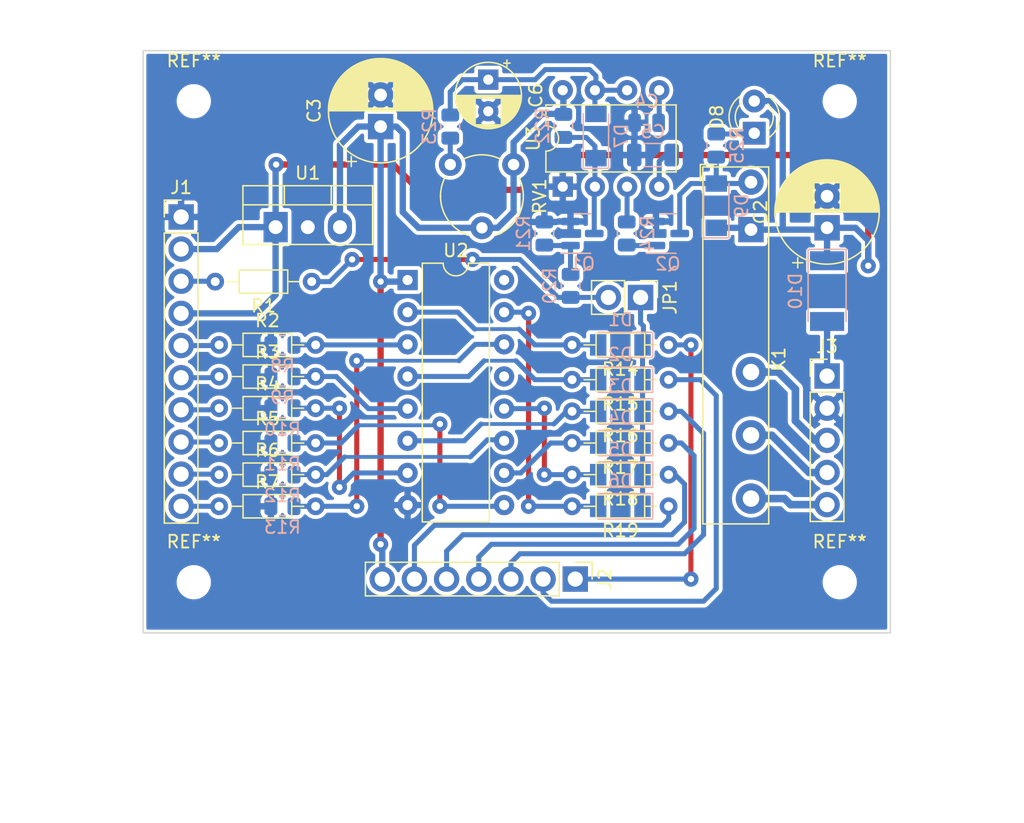
<source format=kicad_pcb>
(kicad_pcb (version 20211014) (generator pcbnew)
  (layers (0 "F.Cu" signal) (31 "B.Cu" signal) (34 "B.Paste" user) (35 "F.Paste" user) (36 "B.SilkS" user "B.Silkscreen") (37 "F.SilkS" user "F.Silkscreen") (38 "B.Mask" user) (39 "F.Mask" user) (44 "Edge.Cuts" user))
  (net 0 "")
  (net 1 "Net-(C4-Pad1)")
  (net 2 "GND")
  (net 3 "Net-(C5-Pad1)")
  (net 4 "Net-(C6-Pad1)")
  (net 5 "+12V")
  (net 6 "Net-(D1-Pad2)")
  (net 7 "Net-(D1-Pad1)")
  (net 8 "Net-(D2-Pad2)")
  (net 9 "Net-(D3-Pad2)")
  (net 10 "Net-(D4-Pad2)")
  (net 11 "+24V")
  (net 12 "Net-(D5-Pad2)")
  (net 13 "Net-(JP1-Pad2)")
  (net 14 "Net-(D6-Pad2)")
  (net 15 "Net-(Q1-Pad1)")
  (net 16 "Net-(Q2-Pad1)")
  (net 17 "/S0")
  (net 18 "/S1")
  (net 19 "/S2")
  (net 20 "/S3")
  (net 21 "/S4")
  (net 22 "/S5")
  (net 23 "Net-(J2-Pad1)")
  (net 24 "Net-(J2-Pad2)")
  (net 25 "Net-(J2-Pad3)")
  (net 26 "Net-(J2-Pad4)")
  (net 27 "Net-(J2-Pad5)")
  (net 28 "Net-(J2-Pad6)")
  (net 29 "Net-(R23-Pad2)")
  (net 30 "Net-(R24-Pad2)")
  (net 31 "Net-(R2-Pad2)")
  (net 32 "Net-(R3-Pad2)")
  (net 33 "Net-(R10-Pad2)")
  (net 34 "Net-(R11-Pad2)")
  (net 35 "Net-(R12-Pad2)")
  (net 36 "Net-(R13-Pad2)")
  (net 37 "Net-(D7-Pad1)")
  (net 38 "Net-(D9-Pad2)")
  (net 39 "Net-(J3-Pad3)")
  (net 40 "Net-(J3-Pad4)")
  (net 41 "Net-(J3-Pad5)")
  (net 42 "/S6")
  (net 43 "Net-(D8-Pad1)")
  (net 44 "Net-(D10-Pad2)")
  (footprint "Resistor_THT:R_Axial_DIN0204_L3.6mm_D1.6mm_P7.62mm_Horizontal" (layer "F.Cu") (at 118 98.25)
    (fp_text reference "R4" (at 3.81 -1.92) (layer "F.SilkS"))
    (fp_text value "100k")
    (pad "1" thru_hole circle (at 0 0) (size 1.4 1.4) (drill 0.7) (layers *.Cu *.Mask) (net 20 "/S3"))
    (pad "2" thru_hole oval (at 7.62 0) (size 1.4 1.4) (drill 0.7) (layers *.Cu *.Mask) (net 33 "Net-(R10-Pad2)"))
  )
  (footprint "Capacitor_THT:CP_Radial_D8.0mm_P2.50mm" (layer "F.Cu") (at 130.75 76 90)
    (fp_text reference "C3" (at 1.25 -5.25 90) (layer "F.SilkS"))
    (fp_text value "330x16V")
    (pad "1" thru_hole rect (at 0 0 90) (size 2 2) (drill 1) (layers *.Cu *.Mask) (net 5 "+12V"))
    (pad "2" thru_hole circle (at 2.5 0 90) (size 2 2) (drill 1) (layers *.Cu *.Mask) (net 2 "GND"))
  )
  (footprint "Connector_PinHeader_2.54mm:PinHeader_1x05_P2.54mm_Vertical" (layer "F.Cu") (at 166 95.71)
    (fp_text reference "J3" (at 0 -2.33) (layer "F.SilkS"))
    (fp_text value "Conn_01x05")
    (pad "1" thru_hole rect (at 0 0) (size 2 2) (drill 1.2) (layers *.Cu *.Mask) (net 44 "Net-(D10-Pad2)"))
    (pad "2" thru_hole circle (at 0 2.54) (size 2 2) (drill 1.2) (layers *.Cu *.Mask) (net 2 "GND"))
    (pad "3" thru_hole circle (at 0 5.08) (size 2 2) (drill 1.2) (layers *.Cu *.Mask) (net 39 "Net-(J3-Pad3)"))
    (pad "4" thru_hole circle (at 0 7.62) (size 2 2) (drill 1.2) (layers *.Cu *.Mask) (net 40 "Net-(J3-Pad4)"))
    (pad "5" thru_hole circle (at 0 10.16) (size 2 2) (drill 1.2) (layers *.Cu *.Mask) (net 41 "Net-(J3-Pad5)"))
  )
  (footprint "MountingHole:MountingHole_2.1mm" (layer "F.Cu") (at 116 112)
    (fp_text reference "REF**" (at 0 -3.2) (layer "F.SilkS"))
    (fp_text value "MountingHole_2.1mm" hide)
    (pad "" np_thru_hole circle (at 0 0) (size 2.1 2.1) (drill 2.1) (layers *.Cu *.Mask))
  )
  (footprint "Resistor_THT:R_Axial_DIN0204_L3.6mm_D1.6mm_P7.62mm_Horizontal" (layer "F.Cu") (at 153.49 96 180)
    (fp_text reference "R15" (at 3.81 -1.92) (layer "F.SilkS"))
    (fp_text value "10k")
    (pad "1" thru_hole circle (at 0 0 180) (size 1.4 1.4) (drill 0.7) (layers *.Cu *.Mask) (net 24 "Net-(J2-Pad2)"))
    (pad "2" thru_hole oval (at 7.62 0 180) (size 1.4 1.4) (drill 0.7) (layers *.Cu *.Mask) (net 8 "Net-(D2-Pad2)"))
  )
  (footprint "Capacitor_THT:CP_Radial_D5.0mm_P2.50mm" (layer "F.Cu") (at 139.25 72.294888 -90)
    (fp_text reference "C6" (at 1.25 -3.75 90) (layer "F.SilkS"))
    (fp_text value "10x25V")
    (pad "1" thru_hole rect (at 0 0 270) (size 1.6 1.6) (drill 0.8) (layers *.Cu *.Mask) (net 4 "Net-(C6-Pad1)"))
    (pad "2" thru_hole circle (at 2.5 0 270) (size 1.6 1.6) (drill 0.8) (layers *.Cu *.Mask) (net 2 "GND"))
  )
  (footprint "Resistor_THT:R_Axial_DIN0204_L3.6mm_D1.6mm_P7.62mm_Horizontal" (layer "F.Cu") (at 118 106)
    (fp_text reference "R7" (at 3.81 -1.92) (layer "F.SilkS"))
    (fp_text value "100k")
    (pad "1" thru_hole circle (at 0 0) (size 1.4 1.4) (drill 0.7) (layers *.Cu *.Mask) (net 42 "/S6"))
    (pad "2" thru_hole oval (at 7.62 0) (size 1.4 1.4) (drill 0.7) (layers *.Cu *.Mask) (net 36 "Net-(R13-Pad2)"))
  )
  (footprint "Resistor_THT:R_Axial_DIN0204_L3.6mm_D1.6mm_P7.62mm_Horizontal" (layer "F.Cu") (at 118 103.5)
    (fp_text reference "R6" (at 3.81 -1.92) (layer "F.SilkS"))
    (fp_text value "100k")
    (pad "1" thru_hole circle (at 0 0) (size 1.4 1.4) (drill 0.7) (layers *.Cu *.Mask) (net 22 "/S5"))
    (pad "2" thru_hole oval (at 7.62 0) (size 1.4 1.4) (drill 0.7) (layers *.Cu *.Mask) (net 35 "Net-(R12-Pad2)"))
  )
  (footprint "Resistor_THT:R_Axial_DIN0204_L3.6mm_D1.6mm_P7.62mm_Horizontal" (layer "F.Cu") (at 153.49 106 180)
    (fp_text reference "R19" (at 3.81 -1.92) (layer "F.SilkS"))
    (fp_text value "10k")
    (pad "1" thru_hole circle (at 0 0 180) (size 1.4 1.4) (drill 0.7) (layers *.Cu *.Mask) (net 28 "Net-(J2-Pad6)"))
    (pad "2" thru_hole oval (at 7.62 0 180) (size 1.4 1.4) (drill 0.7) (layers *.Cu *.Mask) (net 14 "Net-(D6-Pad2)"))
  )
  (footprint "Resistor_THT:R_Axial_DIN0204_L3.6mm_D1.6mm_P7.62mm_Horizontal" (layer "F.Cu") (at 118 101)
    (fp_text reference "R5" (at 3.81 -1.92) (layer "F.SilkS"))
    (fp_text value "100k")
    (pad "1" thru_hole circle (at 0 0) (size 1.4 1.4) (drill 0.7) (layers *.Cu *.Mask) (net 21 "/S4"))
    (pad "2" thru_hole oval (at 7.62 0) (size 1.4 1.4) (drill 0.7) (layers *.Cu *.Mask) (net 34 "Net-(R11-Pad2)"))
  )
  (footprint "Package_TO_SOT_THT:TO-220-3_Vertical" (layer "F.Cu") (at 122.46 83.945)
    (fp_text reference "U1" (at 2.54 -4.27) (layer "F.SilkS"))
    (fp_text value "L7812")
    (pad "1" thru_hole rect (at 0 0) (size 1.905 2.4) (drill 1.1) (layers *.Cu *.Mask) (net 11 "+24V"))
    (pad "2" thru_hole oval (at 2.54 0) (size 1.905 2.4) (drill 1.1) (layers *.Cu *.Mask) (net 2 "GND"))
    (pad "3" thru_hole oval (at 5.08 0) (size 1.905 2.4) (drill 1.1) (layers *.Cu *.Mask) (net 5 "+12V"))
  )
  (footprint "Relay_THT:Relay_SPDT_Finder_34.51_Vertical" (layer "F.Cu") (at 159.9925 84.1425 -90)
    (fp_text reference "K1" (at 10.25 -2.2 90) (layer "F.SilkS"))
    (fp_text value "OUT")
    (pad "11" thru_hole circle (at 16.25 0 270) (size 2.4 2.4) (drill 1.3) (layers *.Cu *.Mask) (net 40 "Net-(J3-Pad4)"))
    (pad "12" thru_hole circle (at 11.25 0 270) (size 2.4 2.4) (drill 1.3) (layers *.Cu *.Mask) (net 39 "Net-(J3-Pad3)"))
    (pad "14" thru_hole circle (at 21.25 0 270) (size 2.4 2.4) (drill 1.3) (layers *.Cu *.Mask) (net 41 "Net-(J3-Pad5)"))
    (pad "A1" thru_hole rect (at 0 0 270) (size 2 2) (drill 1) (layers *.Cu *.Mask) (net 11 "+24V"))
    (pad "A2" thru_hole circle (at -3.75 0 270) (size 2 2) (drill 1) (layers *.Cu *.Mask) (net 38 "Net-(D9-Pad2)"))
  )
  (footprint "Resistor_THT:R_Axial_DIN0204_L3.6mm_D1.6mm_P7.62mm_Horizontal" (layer "F.Cu") (at 153.49 103.5 180)
    (fp_text reference "R18" (at 3.81 -1.92) (layer "F.SilkS"))
    (fp_text value "10k")
    (pad "1" thru_hole circle (at 0 0 180) (size 1.4 1.4) (drill 0.7) (layers *.Cu *.Mask) (net 27 "Net-(J2-Pad5)"))
    (pad "2" thru_hole oval (at 7.62 0 180) (size 1.4 1.4) (drill 0.7) (layers *.Cu *.Mask) (net 12 "Net-(D5-Pad2)"))
  )
  (footprint "Connector_PinHeader_2.54mm:PinHeader_1x07_P2.54mm_Vertical" (layer "F.Cu") (at 146.12 111.75 -90)
    (fp_text reference "J2" (at 0 -2.33 90) (layer "F.SilkS"))
    (fp_text value "LEDS")
    (pad "1" thru_hole rect (at 0 0 270) (size 2 2) (drill 1.2) (layers *.Cu *.Mask) (net 23 "Net-(J2-Pad1)"))
    (pad "2" thru_hole circle (at 0 2.54 270) (size 2 2) (drill 1.2) (layers *.Cu *.Mask) (net 24 "Net-(J2-Pad2)"))
    (pad "3" thru_hole circle (at 0 5.08 270) (size 2 2) (drill 1.2) (layers *.Cu *.Mask) (net 25 "Net-(J2-Pad3)"))
    (pad "4" thru_hole circle (at 0 7.62 270) (size 2 2) (drill 1.2) (layers *.Cu *.Mask) (net 26 "Net-(J2-Pad4)"))
    (pad "5" thru_hole circle (at 0 10.16 270) (size 2 2) (drill 1.2) (layers *.Cu *.Mask) (net 27 "Net-(J2-Pad5)"))
    (pad "6" thru_hole circle (at 0 12.7 270) (size 2 2) (drill 1.2) (layers *.Cu *.Mask) (net 28 "Net-(J2-Pad6)"))
    (pad "7" thru_hole circle (at 0 15.24 270) (size 2 2) (drill 1.2) (layers *.Cu *.Mask) (net 5 "+12V"))
  )
  (footprint "Resistor_THT:R_Axial_DIN0204_L3.6mm_D1.6mm_P7.62mm_Horizontal" (layer "F.Cu") (at 153.49 98.5 180)
    (fp_text reference "R16" (at 3.81 -1.92) (layer "F.SilkS"))
    (fp_text value "10k")
    (pad "1" thru_hole circle (at 0 0 180) (size 1.4 1.4) (drill 0.7) (layers *.Cu *.Mask) (net 25 "Net-(J2-Pad3)"))
    (pad "2" thru_hole oval (at 7.62 0 180) (size 1.4 1.4) (drill 0.7) (layers *.Cu *.Mask) (net 9 "Net-(D3-Pad2)"))
  )
  (footprint "LED_THT:LED_D3.0mm" (layer "F.Cu") (at 160.25 76.525 90)
    (fp_text reference "D8" (at 1.27 -2.96 90) (layer "F.SilkS"))
    (fp_text value "LED")
    (pad "1" thru_hole rect (at 0 0 90) (size 1.8 1.8) (drill 0.9) (layers *.Cu *.Mask) (net 43 "Net-(D8-Pad1)"))
    (pad "2" thru_hole circle (at 2.54 0 90) (size 1.8 1.8) (drill 0.9) (layers *.Cu *.Mask) (net 11 "+24V"))
  )
  (footprint "MountingHole:MountingHole_2.1mm" (layer "F.Cu") (at 116 74)
    (fp_text reference "REF**" (at 0 -3.2) (layer "F.SilkS"))
    (fp_text value "MountingHole_2.1mm" hide)
    (pad "" np_thru_hole circle (at 0 0) (size 2.1 2.1) (drill 2.1) (layers *.Cu *.Mask))
  )
  (footprint "Resistor_THT:R_Axial_DIN0204_L3.6mm_D1.6mm_P7.62mm_Horizontal" (layer "F.Cu") (at 118 93.25)
    (fp_text reference "R2" (at 3.81 -1.92) (layer "F.SilkS"))
    (fp_text value "100k")
    (pad "1" thru_hole circle (at 0 0) (size 1.4 1.4) (drill 0.7) (layers *.Cu *.Mask) (net 18 "/S1"))
    (pad "2" thru_hole oval (at 7.62 0) (size 1.4 1.4) (drill 0.7) (layers *.Cu *.Mask) (net 31 "Net-(R2-Pad2)"))
  )
  (footprint "Package_DIP:DIP-16_W7.62mm" (layer "F.Cu") (at 132.88 88.125)
    (fp_text reference "U2" (at 3.81 -2.33) (layer "F.SilkS"))
    (fp_text value "4049")
    (pad "1" thru_hole rect (at 0 0) (size 1.6 1.6) (drill 0.8) (layers *.Cu *.Mask) (net 5 "+12V"))
    (pad "2" thru_hole oval (at 0 2.54) (size 1.6 1.6) (drill 0.8) (layers *.Cu *.Mask) (net 6 "Net-(D1-Pad2)"))
    (pad "3" thru_hole oval (at 0 5.08) (size 1.6 1.6) (drill 0.8) (layers *.Cu *.Mask) (net 31 "Net-(R2-Pad2)"))
    (pad "4" thru_hole oval (at 0 7.62) (size 1.6 1.6) (drill 0.8) (layers *.Cu *.Mask) (net 8 "Net-(D2-Pad2)"))
    (pad "5" thru_hole oval (at 0 10.16) (size 1.6 1.6) (drill 0.8) (layers *.Cu *.Mask) (net 32 "Net-(R3-Pad2)"))
    (pad "6" thru_hole oval (at 0 12.7) (size 1.6 1.6) (drill 0.8) (layers *.Cu *.Mask) (net 9 "Net-(D3-Pad2)"))
    (pad "7" thru_hole oval (at 0 15.24) (size 1.6 1.6) (drill 0.8) (layers *.Cu *.Mask) (net 33 "Net-(R10-Pad2)"))
    (pad "8" thru_hole oval (at 0 17.78) (size 1.6 1.6) (drill 0.8) (layers *.Cu *.Mask) (net 2 "GND"))
    (pad "9" thru_hole oval (at 7.62 17.78) (size 1.6 1.6) (drill 0.8) (layers *.Cu *.Mask) (net 34 "Net-(R11-Pad2)"))
    (pad "10" thru_hole oval (at 7.62 15.24) (size 1.6 1.6) (drill 0.8) (layers *.Cu *.Mask) (net 10 "Net-(D4-Pad2)"))
    (pad "11" thru_hole oval (at 7.62 12.7) (size 1.6 1.6) (drill 0.8) (layers *.Cu *.Mask) (net 35 "Net-(R12-Pad2)"))
    (pad "12" thru_hole oval (at 7.62 10.16) (size 1.6 1.6) (drill 0.8) (layers *.Cu *.Mask) (net 12 "Net-(D5-Pad2)"))
    (pad "13" thru_hole oval (at 7.62 7.62) (size 1.6 1.6) (drill 0.8) (layers *.Cu *.Mask))
    (pad "14" thru_hole oval (at 7.62 5.08) (size 1.6 1.6) (drill 0.8) (layers *.Cu *.Mask) (net 36 "Net-(R13-Pad2)"))
    (pad "15" thru_hole oval (at 7.62 2.54) (size 1.6 1.6) (drill 0.8) (layers *.Cu *.Mask) (net 14 "Net-(D6-Pad2)"))
    (pad "16" thru_hole oval (at 7.62 0) (size 1.6 1.6) (drill 0.8) (layers *.Cu *.Mask))
  )
  (footprint "MountingHole:MountingHole_2.1mm" (layer "F.Cu") (at 167 74)
    (fp_text reference "REF**" (at 0 -3.2) (layer "F.SilkS"))
    (fp_text value "MountingHole_2.1mm" hide)
    (pad "" np_thru_hole circle (at 0 0) (size 2.1 2.1) (drill 2.1) (layers *.Cu *.Mask))
  )
  (footprint "Resistor_THT:R_Axial_DIN0204_L3.6mm_D1.6mm_P7.62mm_Horizontal" (layer "F.Cu") (at 153.49 93.25 180)
    (fp_text reference "R14" (at 3.81 -1.92) (layer "F.SilkS"))
    (fp_text value "10k")
    (pad "1" thru_hole circle (at 0 0 180) (size 1.4 1.4) (drill 0.7) (layers *.Cu *.Mask) (net 23 "Net-(J2-Pad1)"))
    (pad "2" thru_hole oval (at 7.62 0 180) (size 1.4 1.4) (drill 0.7) (layers *.Cu *.Mask) (net 6 "Net-(D1-Pad2)"))
  )
  (footprint "Connector_PinHeader_2.54mm:PinHeader_1x10_P2.54mm_Vertical" (layer "F.Cu") (at 115 83.14)
    (fp_text reference "J1" (at 0 -2.33) (layer "F.SilkS"))
    (fp_text value "Sensors")
    (pad "1" thru_hole rect (at 0 0) (size 2 2) (drill 1.2) (layers *.Cu *.Mask) (net 2 "GND"))
    (pad "2" thru_hole circle (at 0 2.54) (size 2 2) (drill 1.2) (layers *.Cu *.Mask) (net 11 "+24V"))
    (pad "3" thru_hole circle (at 0 5.08) (size 2 2) (drill 1.2) (layers *.Cu *.Mask) (net 17 "/S0"))
    (pad "4" thru_hole circle (at 0 7.62) (size 2 2) (drill 1.2) (layers *.Cu *.Mask) (net 11 "+24V"))
    (pad "5" thru_hole circle (at 0 10.16) (size 2 2) (drill 1.2) (layers *.Cu *.Mask) (net 18 "/S1"))
    (pad "6" thru_hole circle (at 0 12.7) (size 2 2) (drill 1.2) (layers *.Cu *.Mask) (net 19 "/S2"))
    (pad "7" thru_hole circle (at 0 15.24) (size 2 2) (drill 1.2) (layers *.Cu *.Mask) (net 20 "/S3"))
    (pad "8" thru_hole circle (at 0 17.78) (size 2 2) (drill 1.2) (layers *.Cu *.Mask) (net 21 "/S4"))
    (pad "9" thru_hole circle (at 0 20.32) (size 2 2) (drill 1.2) (layers *.Cu *.Mask) (net 22 "/S5"))
    (pad "10" thru_hole circle (at 0 22.86) (size 2 2) (drill 1.2) (layers *.Cu *.Mask) (net 42 "/S6"))
  )
  (footprint "Capacitor_THT:CP_Radial_D8.0mm_P2.50mm" (layer "F.Cu") (at 166 84 90)
    (fp_text reference "C2" (at 1.25 -5.25 90) (layer "F.SilkS"))
    (fp_text value "100x35V")
    (pad "1" thru_hole rect (at 0 0 90) (size 2 2) (drill 1) (layers *.Cu *.Mask) (net 11 "+24V"))
    (pad "2" thru_hole circle (at 2.5 0 90) (size 2 2) (drill 1) (layers *.Cu *.Mask) (net 2 "GND"))
  )
  (footprint "Resistor_THT:R_Axial_DIN0204_L3.6mm_D1.6mm_P7.62mm_Horizontal" (layer "F.Cu") (at 118 95.75)
    (fp_text reference "R3" (at 3.81 -1.92) (layer "F.SilkS"))
    (fp_text value "100k")
    (pad "1" thru_hole circle (at 0 0) (size 1.4 1.4) (drill 0.7) (layers *.Cu *.Mask) (net 19 "/S2"))
    (pad "2" thru_hole oval (at 7.62 0) (size 1.4 1.4) (drill 0.7) (layers *.Cu *.Mask) (net 32 "Net-(R3-Pad2)"))
  )
  (footprint "Resistor_THT:R_Axial_DIN0204_L3.6mm_D1.6mm_P7.62mm_Horizontal" (layer "F.Cu") (at 125.31 88.25 180)
    (fp_text reference "R1" (at 3.81 -1.92) (layer "F.SilkS"))
    (fp_text value "10k")
    (pad "1" thru_hole circle (at 0 0 180) (size 1.4 1.4) (drill 0.7) (layers *.Cu *.Mask) (net 13 "Net-(JP1-Pad2)"))
    (pad "2" thru_hole oval (at 7.62 0 180) (size 1.4 1.4) (drill 0.7) (layers *.Cu *.Mask) (net 17 "/S0"))
  )
  (footprint "Package_DIP:DIP-8_W7.62mm" (layer "F.Cu") (at 145.13 80.75 90)
    (fp_text reference "U3" (at 3.81 -2.33 90) (layer "F.SilkS"))
    (fp_text value "NE555P")
    (pad "1" thru_hole rect (at 0 0 90) (size 1.6 1.6) (drill 0.8) (layers *.Cu *.Mask) (net 2 "GND"))
    (pad "2" thru_hole oval (at 0 2.54 90) (size 1.6 1.6) (drill 0.8) (layers *.Cu *.Mask) (net 37 "Net-(D7-Pad1)"))
    (pad "3" thru_hole oval (at 0 5.08 90) (size 1.6 1.6) (drill 0.8) (layers *.Cu *.Mask) (net 30 "Net-(R24-Pad2)"))
    (pad "4" thru_hole oval (at 0 7.62 90) (size 1.6 1.6) (drill 0.8) (layers *.Cu *.Mask) (net 3 "Net-(C5-Pad1)"))
    (pad "5" thru_hole oval (at 7.62 7.62 90) (size 1.6 1.6) (drill 0.8) (layers *.Cu *.Mask) (net 1 "Net-(C4-Pad1)"))
    (pad "6" thru_hole oval (at 7.62 5.08 90) (size 1.6 1.6) (drill 0.8) (layers *.Cu *.Mask) (net 4 "Net-(C6-Pad1)"))
    (pad "7" thru_hole oval (at 7.62 2.54 90) (size 1.6 1.6) (drill 0.8) (layers *.Cu *.Mask) (net 4 "Net-(C6-Pad1)"))
    (pad "8" thru_hole oval (at 7.62 0 90) (size 1.6 1.6) (drill 0.8) (layers *.Cu *.Mask) (net 5 "+12V"))
  )
  (footprint "MountingHole:MountingHole_2.1mm" (layer "F.Cu") (at 167 112)
    (fp_text reference "REF**" (at 0 -3.2) (layer "F.SilkS"))
    (fp_text value "MountingHole_2.1mm" hide)
    (pad "" np_thru_hole circle (at 0 0) (size 2.1 2.1) (drill 2.1) (layers *.Cu *.Mask))
  )
  (footprint "Potentiometer_THT:Potentiometer_Piher_PT-6-V_Vertical" (layer "F.Cu") (at 136.25 79 -90)
    (fp_text reference "RV1" (at 2.5 -7.06 -270) (layer "F.SilkS"))
    (fp_text value "100k")
    (pad "1" thru_hole circle (at 0 0 270) (size 1.8 1.8) (drill 0.9) (layers *.Cu *.Mask) (net 29 "Net-(R23-Pad2)"))
    (pad "2" thru_hole circle (at 5 -2.5 270) (size 1.8 1.8) (drill 0.9) (layers *.Cu *.Mask) (net 5 "+12V"))
    (pad "3" thru_hole circle (at 0 -5 270) (size 1.8 1.8) (drill 0.9) (layers *.Cu *.Mask) (net 5 "+12V"))
  )
  (footprint "Resistor_THT:R_Axial_DIN0204_L3.6mm_D1.6mm_P7.62mm_Horizontal" (layer "F.Cu") (at 153.49 101 180)
    (fp_text reference "R17" (at 3.81 -1.92) (layer "F.SilkS"))
    (fp_text value "10k")
    (pad "1" thru_hole circle (at 0 0 180) (size 1.4 1.4) (drill 0.7) (layers *.Cu *.Mask) (net 26 "Net-(J2-Pad4)"))
    (pad "2" thru_hole oval (at 7.62 0 180) (size 1.4 1.4) (drill 0.7) (layers *.Cu *.Mask) (net 10 "Net-(D4-Pad2)"))
  )
  (footprint "Connector_PinHeader_2.54mm:PinHeader_1x02_P2.54mm_Vertical" (layer "F.Cu") (at 151.275 89.5 -90)
    (fp_text reference "JP1" (at 0 -2.33 90) (layer "F.SilkS"))
    (fp_text value "Jumper_2_Open")
    (pad "1" thru_hole rect (at 0 0 270) (size 2 2) (drill 1.2) (layers *.Cu *.Mask) (net 7 "Net-(D1-Pad1)"))
    (pad "2" thru_hole circle (at 0 2.54 270) (size 2 2) (drill 1.2) (layers *.Cu *.Mask) (net 13 "Net-(JP1-Pad2)"))
  )
  (footprint "Diode_SMD:D_MiniMELF" (layer "B.Cu") (at 149.68 93.25 180)
    (fp_text reference "D1" (at 0 2) (layer "B.SilkS") (effects (justify mirror)))
    (fp_text value "BAS32")
    (pad "1" smd rect (at -1.75 0 180) (size 1.3 1.7) (layers "B.Cu" "B.Paste" "B.Mask") (net 7 "Net-(D1-Pad1)"))
    (pad "2" smd rect (at 1.75 0 180) (size 1.3 1.7) (layers "B.Cu" "B.Paste" "B.Mask") (net 6 "Net-(D1-Pad2)"))
  )
  (footprint "Resistor_SMD:R_0805_2012Metric" (layer "B.Cu") (at 123 103.5)
    (fp_text reference "R12" (at 0 1.65) (layer "B.SilkS") (effects (justify mirror)))
    (fp_text value "100k")
    (pad "1" smd roundrect (at -0.9125 0) (size 1.025 1.4) (layers "B.Cu" "B.Paste" "B.Mask") (roundrect_rratio 0.243902439) (net 2 "GND"))
    (pad "2" smd roundrect (at 0.9125 0) (size 1.025 1.4) (layers "B.Cu" "B.Paste" "B.Mask") (roundrect_rratio 0.243902439) (net 35 "Net-(R12-Pad2)"))
  )
  (footprint "Resistor_SMD:R_0805_2012Metric" (layer "B.Cu") (at 157.25 77.5 90)
    (fp_text reference "R25" (at 0 1.65 90) (layer "B.SilkS") (effects (justify mirror)))
    (fp_text value "10k")
    (pad "1" smd roundrect (at -0.9125 0 90) (size 1.025 1.4) (layers "B.Cu" "B.Paste" "B.Mask") (roundrect_rratio 0.243902439) (net 38 "Net-(D9-Pad2)"))
    (pad "2" smd roundrect (at 0.9125 0 90) (size 1.025 1.4) (layers "B.Cu" "B.Paste" "B.Mask") (roundrect_rratio 0.243902439) (net 43 "Net-(D8-Pad1)"))
  )
  (footprint "Resistor_SMD:R_0805_2012Metric" (layer "B.Cu") (at 123 98.25)
    (fp_text reference "R10" (at 0 1.65) (layer "B.SilkS") (effects (justify mirror)))
    (fp_text value "100k")
    (pad "1" smd roundrect (at -0.9125 0) (size 1.025 1.4) (layers "B.Cu" "B.Paste" "B.Mask") (roundrect_rratio 0.243902439) (net 2 "GND"))
    (pad "2" smd roundrect (at 0.9125 0) (size 1.025 1.4) (layers "B.Cu" "B.Paste" "B.Mask") (roundrect_rratio 0.243902439) (net 33 "Net-(R10-Pad2)"))
  )
  (footprint "Resistor_SMD:R_0805_2012Metric" (layer "B.Cu") (at 143.68 84.45 -90)
    (fp_text reference "R21" (at 0 1.65 -270) (layer "B.SilkS") (effects (justify mirror)))
    (fp_text value "10k")
    (pad "1" smd roundrect (at -0.9125 0 270) (size 1.025 1.4) (layers "B.Cu" "B.Paste" "B.Mask") (roundrect_rratio 0.243902439) (net 2 "GND"))
    (pad "2" smd roundrect (at 0.9125 0 270) (size 1.025 1.4) (layers "B.Cu" "B.Paste" "B.Mask") (roundrect_rratio 0.243902439) (net 15 "Net-(Q1-Pad1)"))
  )
  (footprint "Resistor_SMD:R_0805_2012Metric" (layer "B.Cu") (at 145.18 75.95 -90)
    (fp_text reference "R22" (at 0 1.65 -270) (layer "B.SilkS") (effects (justify mirror)))
    (fp_text value "10k")
    (pad "1" smd roundrect (at -0.9125 0 270) (size 1.025 1.4) (layers "B.Cu" "B.Paste" "B.Mask") (roundrect_rratio 0.243902439) (net 5 "+12V"))
    (pad "2" smd roundrect (at 0.9125 0 270) (size 1.025 1.4) (layers "B.Cu" "B.Paste" "B.Mask") (roundrect_rratio 0.243902439) (net 37 "Net-(D7-Pad1)"))
  )
  (footprint "Diode_SMD:D_MiniMELF" (layer "B.Cu") (at 149.68 98.5 180)
    (fp_text reference "D3" (at 0 2) (layer "B.SilkS") (effects (justify mirror)))
    (fp_text value "BAS32")
    (pad "1" smd rect (at -1.75 0 180) (size 1.3 1.7) (layers "B.Cu" "B.Paste" "B.Mask") (net 7 "Net-(D1-Pad1)"))
    (pad "2" smd rect (at 1.75 0 180) (size 1.3 1.7) (layers "B.Cu" "B.Paste" "B.Mask") (net 9 "Net-(D3-Pad2)"))
  )
  (footprint "Resistor_SMD:R_0805_2012Metric" (layer "B.Cu") (at 150.18 84.45 90)
    (fp_text reference "R24" (at 0 1.65 90) (layer "B.SilkS") (effects (justify mirror)))
    (fp_text value "10k")
    (pad "1" smd roundrect (at -0.9125 0 90) (size 1.025 1.4) (layers "B.Cu" "B.Paste" "B.Mask") (roundrect_rratio 0.243902439) (net 16 "Net-(Q2-Pad1)"))
    (pad "2" smd roundrect (at 0.9125 0 90) (size 1.025 1.4) (layers "B.Cu" "B.Paste" "B.Mask") (roundrect_rratio 0.243902439) (net 30 "Net-(R24-Pad2)"))
  )
  (footprint "Package_TO_SOT_SMD:SOT-23" (layer "B.Cu") (at 146.68 84.45)
    (fp_text reference "Q1" (at 0 2.4) (layer "B.SilkS") (effects (justify mirror)))
    (fp_text value "BC817")
    (pad "1" smd roundrect (at -0.9375 0.95) (size 1.475 0.6) (layers "B.Cu" "B.Paste" "B.Mask") (net 15 "Net-(Q1-Pad1)"))
    (pad "2" smd roundrect (at -0.9375 -0.95) (size 1.475 0.6) (layers "B.Cu" "B.Paste" "B.Mask") (net 2 "GND"))
    (pad "3" smd roundrect (at 0.9375 0) (size 1.475 0.6) (layers "B.Cu" "B.Paste" "B.Mask") (net 37 "Net-(D7-Pad1)"))
  )
  (footprint "Diode_SMD:D_MiniMELF" (layer "B.Cu") (at 149.68 103.5 180)
    (fp_text reference "D5" (at 0 2) (layer "B.SilkS") (effects (justify mirror)))
    (fp_text value "BAS32")
    (pad "1" smd rect (at -1.75 0 180) (size 1.3 1.7) (layers "B.Cu" "B.Paste" "B.Mask") (net 7 "Net-(D1-Pad1)"))
    (pad "2" smd rect (at 1.75 0 180) (size 1.3 1.7) (layers "B.Cu" "B.Paste" "B.Mask") (net 12 "Net-(D5-Pad2)"))
  )
  (footprint "Diode_SMD:D_MiniMELF" (layer "B.Cu") (at 149.68 101 180)
    (fp_text reference "D4" (at 0 2) (layer "B.SilkS") (effects (justify mirror)))
    (fp_text value "BAS32")
    (pad "1" smd rect (at -1.75 0 180) (size 1.3 1.7) (layers "B.Cu" "B.Paste" "B.Mask") (net 7 "Net-(D1-Pad1)"))
    (pad "2" smd rect (at 1.75 0 180) (size 1.3 1.7) (layers "B.Cu" "B.Paste" "B.Mask") (net 10 "Net-(D4-Pad2)"))
  )
  (footprint "Diode_SMD:D_MELF" (layer "B.Cu") (at 166 89 -90)
    (fp_text reference "D10" (at 0 2.5 90) (layer "B.SilkS") (effects (justify mirror)))
    (fp_text value "LL4007")
    (pad "1" smd rect (at -2.4 0 270) (size 1.5 2.7) (layers "B.Cu" "B.Paste" "B.Mask") (net 11 "+24V"))
    (pad "2" smd rect (at 2.4 0 270) (size 1.5 2.7) (layers "B.Cu" "B.Paste" "B.Mask") (net 44 "Net-(D10-Pad2)"))
  )
  (footprint "Resistor_SMD:R_0805_2012Metric" (layer "B.Cu") (at 145.75 88.5875 -90)
    (fp_text reference "R20" (at 0 1.65 -270) (layer "B.SilkS") (effects (justify mirror)))
    (fp_text value "1k")
    (pad "1" smd roundrect (at -0.9125 0 270) (size 1.025 1.4) (layers "B.Cu" "B.Paste" "B.Mask") (roundrect_rratio 0.243902439) (net 15 "Net-(Q1-Pad1)"))
    (pad "2" smd roundrect (at 0.9125 0 270) (size 1.025 1.4) (layers "B.Cu" "B.Paste" "B.Mask") (roundrect_rratio 0.243902439) (net 13 "Net-(JP1-Pad2)"))
  )
  (footprint "Diode_SMD:D_MiniMELF" (layer "B.Cu") (at 149.68 106 180)
    (fp_text reference "D6" (at 0 2) (layer "B.SilkS") (effects (justify mirror)))
    (fp_text value "BAS32")
    (pad "1" smd rect (at -1.75 0 180) (size 1.3 1.7) (layers "B.Cu" "B.Paste" "B.Mask") (net 7 "Net-(D1-Pad1)"))
    (pad "2" smd rect (at 1.75 0 180) (size 1.3 1.7) (layers "B.Cu" "B.Paste" "B.Mask") (net 14 "Net-(D6-Pad2)"))
  )
  (footprint "Resistor_SMD:R_0805_2012Metric" (layer "B.Cu") (at 123 101)
    (fp_text reference "R11" (at 0 1.65) (layer "B.SilkS") (effects (justify mirror)))
    (fp_text value "100k")
    (pad "1" smd roundrect (at -0.9125 0) (size 1.025 1.4) (layers "B.Cu" "B.Paste" "B.Mask") (roundrect_rratio 0.243902439) (net 2 "GND"))
    (pad "2" smd roundrect (at 0.9125 0) (size 1.025 1.4) (layers "B.Cu" "B.Paste" "B.Mask") (roundrect_rratio 0.243902439) (net 34 "Net-(R11-Pad2)"))
  )
  (footprint "Resistor_SMD:R_0805_2012Metric" (layer "B.Cu") (at 123 93.25)
    (fp_text reference "R8" (at 0 1.65) (layer "B.SilkS") (effects (justify mirror)))
    (fp_text value "100k")
    (pad "1" smd roundrect (at -0.9125 0) (size 1.025 1.4) (layers "B.Cu" "B.Paste" "B.Mask") (roundrect_rratio 0.243902439) (net 2 "GND"))
    (pad "2" smd roundrect (at 0.9125 0) (size 1.025 1.4) (layers "B.Cu" "B.Paste" "B.Mask") (roundrect_rratio 0.243902439) (net 31 "Net-(R2-Pad2)"))
  )
  (footprint "Capacitor_SMD:C_1206_3216Metric" (layer "B.Cu") (at 152.25 78.25 180)
    (fp_text reference "C5" (at 0 1.85) (layer "B.SilkS") (effects (justify mirror)))
    (fp_text value "1uF")
    (pad "1" smd roundrect (at -1.475 0 180) (size 1.15 1.8) (layers "B.Cu" "B.Paste" "B.Mask") (roundrect_rratio 0.2173913043) (net 3 "Net-(C5-Pad1)"))
    (pad "2" smd roundrect (at 1.475 0 180) (size 1.15 1.8) (layers "B.Cu" "B.Paste" "B.Mask") (roundrect_rratio 0.2173913043) (net 2 "GND"))
  )
  (footprint "Diode_SMD:D_MiniMELF" (layer "B.Cu") (at 147.75 76.75 90)
    (fp_text reference "D7" (at 0 2 90) (layer "B.SilkS") (effects (justify mirror)))
    (fp_text value "BAS32")
    (pad "1" smd rect (at -1.75 0 90) (size 1.3 1.7) (layers "B.Cu" "B.Paste" "B.Mask") (net 37 "Net-(D7-Pad1)"))
    (pad "2" smd rect (at 1.75 0 90) (size 1.3 1.7) (layers "B.Cu" "B.Paste" "B.Mask") (net 4 "Net-(C6-Pad1)"))
  )
  (footprint "Diode_SMD:D_MiniMELF" (layer "B.Cu") (at 149.68 96 180)
    (fp_text reference "D2" (at 0 2) (layer "B.SilkS") (effects (justify mirror)))
    (fp_text value "BAS32")
    (pad "1" smd rect (at -1.75 0 180) (size 1.3 1.7) (layers "B.Cu" "B.Paste" "B.Mask") (net 7 "Net-(D1-Pad1)"))
    (pad "2" smd rect (at 1.75 0 180) (size 1.3 1.7) (layers "B.Cu" "B.Paste" "B.Mask") (net 8 "Net-(D2-Pad2)"))
  )
  (footprint "Resistor_SMD:R_0805_2012Metric" (layer "B.Cu") (at 123 106)
    (fp_text reference "R13" (at 0 1.65) (layer "B.SilkS") (effects (justify mirror)))
    (fp_text value "100k")
    (pad "1" smd roundrect (at -0.9125 0) (size 1.025 1.4) (layers "B.Cu" "B.Paste" "B.Mask") (roundrect_rratio 0.243902439) (net 2 "GND"))
    (pad "2" smd roundrect (at 0.9125 0) (size 1.025 1.4) (layers "B.Cu" "B.Paste" "B.Mask") (roundrect_rratio 0.243902439) (net 36 "Net-(R13-Pad2)"))
  )
  (footprint "Capacitor_SMD:C_0805_2012Metric" (layer "B.Cu") (at 151.75 75.7 180)
    (fp_text reference "C4" (at 0 1.68) (layer "B.SilkS") (effects (justify mirror)))
    (fp_text value "10n")
    (pad "1" smd roundrect (at -0.95 0 180) (size 1 1.45) (layers "B.Cu" "B.Paste" "B.Mask") (net 1 "Net-(C4-Pad1)"))
    (pad "2" smd roundrect (at 0.95 0 180) (size 1 1.45) (layers "B.Cu" "B.Paste" "B.Mask") (net 2 "GND"))
  )
  (footprint "Diode_SMD:D_MiniMELF" (layer "B.Cu") (at 157.25 82.25 90)
    (fp_text reference "D9" (at 0 2 90) (layer "B.SilkS") (effects (justify mirror)))
    (fp_text value "BAS32")
    (pad "1" smd rect (at -1.75 0 90) (size 1.3 1.7) (layers "B.Cu" "B.Paste" "B.Mask") (net 11 "+24V"))
    (pad "2" smd rect (at 1.75 0 90) (size 1.3 1.7) (layers "B.Cu" "B.Paste" "B.Mask") (net 38 "Net-(D9-Pad2)"))
  )
  (footprint "Resistor_SMD:R_0805_2012Metric" (layer "B.Cu") (at 123 95.75)
    (fp_text reference "R9" (at 0 1.65) (layer "B.SilkS") (effects (justify mirror)))
    (fp_text value "100k")
    (pad "1" smd roundrect (at -0.9125 0) (size 1.025 1.4) (layers "B.Cu" "B.Paste" "B.Mask") (roundrect_rratio 0.243902439) (net 2 "GND"))
    (pad "2" smd roundrect (at 0.9125 0) (size 1.025 1.4) (layers "B.Cu" "B.Paste" "B.Mask") (roundrect_rratio 0.243902439) (net 32 "Net-(R3-Pad2)"))
  )
  (footprint "Resistor_SMD:R_0805_2012Metric" (layer "B.Cu") (at 136.25 76 -90)
    (fp_text reference "R23" (at 0 1.65 -270) (layer "B.SilkS") (effects (justify mirror)))
    (fp_text value "51k")
    (pad "1" smd roundrect (at -0.9125 0 270) (size 1.025 1.4) (layers "B.Cu" "B.Paste" "B.Mask") (roundrect_rratio 0.243902439) (net 4 "Net-(C6-Pad1)"))
    (pad "2" smd roundrect (at 0.9125 0 270) (size 1.025 1.4) (layers "B.Cu" "B.Paste" "B.Mask") (roundrect_rratio 0.243902439) (net 29 "Net-(R23-Pad2)"))
  )
  (footprint "Package_TO_SOT_SMD:SOT-23" (layer "B.Cu") (at 153.43 84.45)
    (fp_text reference "Q2" (at 0 2.4) (layer "B.SilkS") (effects (justify mirror)))
    (fp_text value "BC817")
    (pad "1" smd roundrect (at -0.9375 0.95) (size 1.475 0.6) (layers "B.Cu" "B.Paste" "B.Mask") (net 16 "Net-(Q2-Pad1)"))
    (pad "2" smd roundrect (at -0.9375 -0.95) (size 1.475 0.6) (layers "B.Cu" "B.Paste" "B.Mask") (net 2 "GND"))
    (pad "3" smd roundrect (at 0.9375 0) (size 1.475 0.6) (layers "B.Cu" "B.Paste" "B.Mask") (net 38 "Net-(D9-Pad2)"))
  )
  (gr_poly (pts (xy 171 116) (xy 112 116) (xy 112 70) (xy 171 70)) (layer "Edge.Cuts") (width 0.1) (fill none))
  (segment (start 152.75 75.65) (end 152.7 75.7) (width 0.4) (layer "B.Cu") (net 1))
  (segment (start 152.75 73.13) (end 152.75 75.65) (width 0.4) (layer "B.Cu") (net 1))
  (segment (start 153.725 78.25) (end 153.25 78.25) (width 0.4) (layer "B.Cu") (net 3))
  (segment (start 152.75 78.75) (end 152.75 80.75) (width 0.4) (layer "B.Cu") (net 3))
  (segment (start 153.25 78.25) (end 152.75 78.75) (width 0.4) (layer "B.Cu") (net 3))
  (segment (start 142.955112 72.294888) (end 143.75 71.5) (width 0.4) (layer "B.Cu") (net 4))
  (segment (start 147.75 72) (end 147.75 73.05) (width 0.4) (layer "B.Cu") (net 4))
  (segment (start 147.75 73.05) (end 147.67 73.13) (width 0.4) (layer "B.Cu") (net 4))
  (segment (start 139.25 72.294888) (end 142.955112 72.294888) (width 0.4) (layer "B.Cu") (net 4))
  (segment (start 147.67 74.92) (end 147.75 75) (width 0.4) (layer "B.Cu") (net 4))
  (segment (start 137.205112 72.294888) (end 136.25 73.25) (width 0.4) (layer "B.Cu") (net 4))
  (segment (start 147.25 71.5) (end 147.75 72) (width 0.4) (layer "B.Cu") (net 4))
  (segment (start 147.67 73.13) (end 150.21 73.13) (width 0.4) (layer "B.Cu") (net 4))
  (segment (start 143.75 71.5) (end 147.25 71.5) (width 0.4) (layer "B.Cu") (net 4))
  (segment (start 136.25 73.25) (end 136.25 75.0875) (width 0.4) (layer "B.Cu") (net 4))
  (segment (start 147.67 73.13) (end 147.67 74.92) (width 0.4) (layer "B.Cu") (net 4))
  (segment (start 139.25 72.294888) (end 137.205112 72.294888) (width 0.4) (layer "B.Cu") (net 4))
  (segment (start 130.75 109) (end 130.75 88.25) (width 0.5) (layer "F.Cu") (net 5))
  (via (at 130.75 88.25) (size 1.2) (drill 0.5) (layers "F.Cu" "B.Cu") (net 5))
  (via (at 130.75 109) (size 1.2) (drill 0.5) (layers "F.Cu" "B.Cu") (net 5))
  (segment (start 141.25 79) (end 141.25 77.25) (width 0.5) (layer "B.Cu") (net 5))
  (segment (start 138.75 84) (end 140 84) (width 0.5) (layer "B.Cu") (net 5))
  (segment (start 133.75 84) (end 138.75 84) (width 0.5) (layer "B.Cu") (net 5))
  (segment (start 132 76) (end 132.5 76.5) (width 0.5) (layer "B.Cu") (net 5))
  (segment (start 132.5 82.75) (end 133.75 84) (width 0.5) (layer "B.Cu") (net 5))
  (segment (start 130.75 76) (end 132 76) (width 0.5) (layer "B.Cu") (net 5))
  (segment (start 141.25 82.75) (end 141.25 79) (width 0.5) (layer "B.Cu") (net 5))
  (segment (start 130.88 111.75) (end 130.88 109.13) (width 0.5) (layer "B.Cu") (net 5))
  (segment (start 132.5 76.5) (end 132.5 82.75) (width 0.5) (layer "B.Cu") (net 5))
  (segment (start 145.1425 75) (end 145.18 75.0375) (width 0.5) (layer "B.Cu") (net 5))
  (segment (start 130.75 88.25) (end 130.75 76) (width 0.5) (layer "B.Cu") (net 5))
  (segment (start 130.88 109.13) (end 130.75 109) (width 0.5) (layer "B.Cu") (net 5))
  (segment (start 145.18 73.18) (end 145.18 75.0375) (width 0.5) (layer "B.Cu") (net 5))
  (segment (start 141.25 77.25) (end 143.5 75) (width 0.5) (layer "B.Cu") (net 5))
  (segment (start 130.75 88.25) (end 132.755 88.25) (width 0.5) (layer "B.Cu") (net 5))
  (segment (start 145.13 73.13) (end 145.18 73.18) (width 0.5) (layer "B.Cu") (net 5))
  (segment (start 143.5 75) (end 145.1425 75) (width 0.5) (layer "B.Cu") (net 5))
  (segment (start 132.755 88.25) (end 132.88 88.125) (width 0.5) (layer "B.Cu") (net 5))
  (segment (start 127.54 83.945) (end 127.54 77.46) (width 0.5) (layer "B.Cu") (net 5))
  (segment (start 127.54 77.46) (end 129 76) (width 0.5) (layer "B.Cu") (net 5))
  (segment (start 129 76) (end 130.75 76) (width 0.5) (layer "B.Cu") (net 5))
  (segment (start 140 84) (end 141.25 82.75) (width 0.5) (layer "B.Cu") (net 5))
  (segment (start 132.88 90.665) (end 136.845 90.665) (width 0.4) (layer "B.Cu") (net 6))
  (segment (start 145.87 93.25) (end 147.93 93.25) (width 0.4) (layer "B.Cu") (net 6))
  (segment (start 141.68 92) (end 142.93 93.25) (width 0.4) (layer "B.Cu") (net 6))
  (segment (start 138.18 92) (end 141.68 92) (width 0.3) (layer "B.Cu") (net 6))
  (segment (start 142.93 93.25) (end 145.87 93.25) (width 0.4) (layer "B.Cu") (net 6))
  (segment (start 136.845 90.665) (end 138.18 92) (width 0.4) (layer "B.Cu") (net 6))
  (segment (start 151.275 91.525) (end 151.5 91.75) (width 0.4) (layer "B.Cu") (net 7))
  (segment (start 151.43 106) (end 151.43 93.25) (width 0.4) (layer "B.Cu") (net 7))
  (segment (start 151.275 89.5) (end 151.275 91.525) (width 0.4) (layer "B.Cu") (net 7))
  (segment (start 151.5 91.75) (end 151.5 93.18) (width 0.4) (layer "B.Cu") (net 7))
  (segment (start 151.5 93.18) (end 151.43 93.25) (width 0.4) (layer "B.Cu") (net 7))
  (segment (start 145.87 96) (end 147.93 96) (width 0.4) (layer "B.Cu") (net 8))
  (segment (start 132.88 95.745) (end 137.685 95.745) (width 0.4) (layer "B.Cu") (net 8))
  (segment (start 138.93 94.5) (end 141.43 94.5) (width 0.3) (layer "B.Cu") (net 8))
  (segment (start 142.93 96) (end 145.87 96) (width 0.4) (layer "B.Cu") (net 8))
  (segment (start 141.43 94.5) (end 142.93 96) (width 0.4) (layer "B.Cu") (net 8))
  (segment (start 137.685 95.745) (end 138.93 94.5) (width 0.4) (layer "B.Cu") (net 8))
  (segment (start 145.87 98.5) (end 147.93 98.5) (width 0.4) (layer "B.Cu") (net 9))
  (segment (start 138.68 99.5) (end 144.43 99.5) (width 0.3) (layer "B.Cu") (net 9))
  (segment (start 145.43 98.5) (end 145.87 98.5) (width 0.4) (layer "B.Cu") (net 9))
  (segment (start 137.355 100.825) (end 138.68 99.5) (width 0.4) (layer "B.Cu") (net 9))
  (segment (start 132.88 100.825) (end 137.355 100.825) (width 0.4) (layer "B.Cu") (net 9))
  (segment (start 144.43 99.5) (end 145.43 98.5) (width 0.4) (layer "B.Cu") (net 9))
  (segment (start 140.5 103.365) (end 141.815 103.365) (width 0.4) (layer "B.Cu") (net 10))
  (segment (start 145.87 101) (end 147.93 101) (width 0.4) (layer "B.Cu") (net 10))
  (segment (start 144.18 101) (end 145.87 101) (width 0.4) (layer "B.Cu") (net 10))
  (segment (start 141.815 103.365) (end 144.18 101) (width 0.4) (layer "B.Cu") (net 10))
  (segment (start 122.5 79) (end 131.75 79) (width 0.5) (layer "F.Cu") (net 11))
  (segment (start 144.75 78.25) (end 166 78.25) (width 0.5) (layer "F.Cu") (net 11))
  (segment (start 142 81) (end 144.75 78.25) (width 0.5) (layer "F.Cu") (net 11))
  (segment (start 169.25 81.5) (end 169.25 87) (width 0.5) (layer "F.Cu") (net 11))
  (segment (start 133.75 81) (end 142 81) (width 0.5) (layer "F.Cu") (net 11))
  (segment (start 166 78.25) (end 169.25 81.5) (width 0.5) (layer "F.Cu") (net 11))
  (segment (start 131.75 79) (end 133.75 81) (width 0.5) (layer "F.Cu") (net 11))
  (via (at 122.5 79) (size 1.2) (drill 0.5) (layers "F.Cu" "B.Cu") (net 11))
  (via (at 169.25 87) (size 1.2) (drill 0.5) (layers "F.Cu" "B.Cu") (net 11))
  (segment (start 122.46 89.29) (end 120.99 90.76) (width 0.5) (layer "B.Cu") (net 11))
  (segment (start 166 86.6) (end 166 84) (width 0.5) (layer "B.Cu") (net 11))
  (segment (start 119.555 83.945) (end 122.46 83.945) (width 0.5) (layer "B.Cu") (net 11))
  (segment (start 120.99 90.76) (end 115 90.76) (width 0.5) (layer "B.Cu") (net 11))
  (segment (start 159.9925 84.1425) (end 161.6425 84.1425) (width 0.5) (layer "B.Cu") (net 11))
  (segment (start 161.485 73.985) (end 162.5 75) (width 0.5) (layer "B.Cu") (net 11))
  (segment (start 168.25 84) (end 166 84) (width 0.5) (layer "B.Cu") (net 11))
  (segment (start 160.25 73.985) (end 161.485 73.985) (width 0.5) (layer "B.Cu") (net 11))
  (segment (start 162.3575 84.1425) (end 161.6425 84.1425) (width 0.5) (layer "B.Cu") (net 11))
  (segment (start 122.46 79.04) (end 122.5 79) (width 0.5) (layer "B.Cu") (net 11))
  (segment (start 117.82 85.68) (end 119.555 83.945) (width 0.5) (layer "B.Cu") (net 11))
  (segment (start 122.46 83.945) (end 122.46 89.29) (width 0.5) (layer "B.Cu") (net 11))
  (segment (start 159.85 84) (end 159.9925 84.1425) (width 0.5) (layer "B.Cu") (net 11))
  (segment (start 161.6425 84.1425) (end 165.8575 84.1425) (width 0.5) (layer "B.Cu") (net 11))
  (segment (start 122.46 83.945) (end 122.46 79.04) (width 0.5) (layer "B.Cu") (net 11))
  (segment (start 165.8575 84.1425) (end 166 84) (width 0.5) (layer "B.Cu") (net 11))
  (segment (start 169.25 87) (end 169.25 85) (width 0.5) (layer "B.Cu") (net 11))
  (segment (start 162.5 75) (end 162.5 84) (width 0.5) (layer "B.Cu") (net 11))
  (segment (start 169.25 85) (end 168.25 84) (width 0.5) (layer "B.Cu") (net 11))
  (segment (start 162.5 84) (end 162.3575 84.1425) (width 0.5) (layer "B.Cu") (net 11))
  (segment (start 115 85.68) (end 117.82 85.68) (width 0.5) (layer "B.Cu") (net 11))
  (segment (start 157.25 84) (end 159.85 84) (width 0.5) (layer "B.Cu") (net 11))
  (segment (start 143.68 98.25) (end 143.68 103.5) (width 0.4) (layer "F.Cu") (net 12))
  (via (at 143.68 98.25) (size 1.2) (drill 0.5) (layers "F.Cu" "B.Cu") (net 12))
  (via (at 143.68 103.5) (size 1.2) (drill 0.5) (layers "F.Cu" "B.Cu") (net 12))
  (segment (start 143.68 103.5) (end 145.87 103.5) (width 0.4) (layer "B.Cu") (net 12))
  (segment (start 143.645 98.285) (end 143.68 98.25) (width 0.4) (layer "B.Cu") (net 12))
  (segment (start 145.87 103.5) (end 147.93 103.5) (width 0.4) (layer "B.Cu") (net 12))
  (segment (start 140.5 98.285) (end 143.645 98.285) (width 0.4) (layer "B.Cu") (net 12))
  (segment (start 128.5 86.5) (end 138 86.5) (width 0.4) (layer "F.Cu") (net 13))
  (via (at 128.5 86.5) (size 1.2) (drill 0.5) (layers "F.Cu" "B.Cu") (net 13))
  (via (at 138 86.5) (size 1.2) (drill 0.5) (layers "F.Cu" "B.Cu") (net 13))
  (segment (start 141.75 86.5) (end 144.75 89.5) (width 0.4) (layer "B.Cu") (net 13))
  (segment (start 125.31 88.25) (end 126.75 88.25) (width 0.4) (layer "B.Cu") (net 13))
  (segment (start 138 86.5) (end 141.75 86.5) (width 0.4) (layer "B.Cu") (net 13))
  (segment (start 126.75 88.25) (end 128.5 86.5) (width 0.4) (layer "B.Cu") (net 13))
  (segment (start 144.75 89.5) (end 145.75 89.5) (width 0.4) (layer "B.Cu") (net 13))
  (segment (start 148.735 89.5) (end 145.75 89.5) (width 0.4) (layer "B.Cu") (net 13))
  (segment (start 142.43 90.75) (end 142.43 106) (width 0.4) (layer "F.Cu") (net 14))
  (via (at 142.43 90.75) (size 1.2) (drill 0.5) (layers "F.Cu" "B.Cu") (net 14))
  (via (at 142.43 106) (size 1.2) (drill 0.5) (layers "F.Cu" "B.Cu") (net 14))
  (segment (start 142.345 90.665) (end 142.43 90.75) (width 0.4) (layer "B.Cu") (net 14))
  (segment (start 140.5 90.665) (end 142.345 90.665) (width 0.4) (layer "B.Cu") (net 14))
  (segment (start 145.87 106) (end 147.93 106) (width 0.4) (layer "B.Cu") (net 14))
  (segment (start 142.43 106) (end 145.87 106) (width 0.4) (layer "B.Cu") (net 14))
  (segment (start 143.7175 85.4) (end 143.68 85.3625) (width 0.4) (layer "B.Cu") (net 15))
  (segment (start 145.7425 85.4) (end 145.7425 87.6675) (width 0.4) (layer "B.Cu") (net 15))
  (segment (start 145.7425 87.6675) (end 145.75 87.675) (width 0.4) (layer "B.Cu") (net 15))
  (segment (start 145.7425 85.4) (end 143.7175 85.4) (width 0.4) (layer "B.Cu") (net 15))
  (segment (start 150.2175 85.4) (end 150.18 85.3625) (width 0.4) (layer "B.Cu") (net 16))
  (segment (start 152.4925 85.4) (end 150.2175 85.4) (width 0.4) (layer "B.Cu") (net 16))
  (segment (start 117.66 88.22) (end 117.69 88.25) (width 0.4) (layer "B.Cu") (net 17))
  (segment (start 115 88.22) (end 117.66 88.22) (width 0.4) (layer "B.Cu") (net 17))
  (segment (start 115 93.3) (end 117.95 93.3) (width 0.4) (layer "B.Cu") (net 18))
  (segment (start 117.95 93.3) (end 118 93.25) (width 0.4) (layer "B.Cu") (net 18))
  (segment (start 115 95.84) (end 117.91 95.84) (width 0.4) (layer "B.Cu") (net 19))
  (segment (start 117.91 95.84) (end 118 95.75) (width 0.4) (layer "B.Cu") (net 19))
  (segment (start 115 98.38) (end 117.87 98.38) (width 0.4) (layer "B.Cu") (net 20))
  (segment (start 117.87 98.38) (end 118 98.25) (width 0.4) (layer "B.Cu") (net 20))
  (segment (start 115 100.92) (end 117.92 100.92) (width 0.4) (layer "B.Cu") (net 21))
  (segment (start 117.92 100.92) (end 118 101) (width 0.4) (layer "B.Cu") (net 21))
  (segment (start 117.96 103.46) (end 118 103.5) (width 0.4) (layer "B.Cu") (net 22))
  (segment (start 115 103.46) (end 117.96 103.46) (width 0.4) (layer "B.Cu") (net 22))
  (segment (start 155.25 111.75) (end 155.25 93.25) (width 0.4) (layer "F.Cu") (net 23))
  (via (at 155.25 93.25) (size 1.2) (drill 0.5) (layers "F.Cu" "B.Cu") (net 23))
  (via (at 155.25 111.75) (size 1.2) (drill 0.5) (layers "F.Cu" "B.Cu") (net 23))
  (segment (start 146.12 111.75) (end 155.25 111.75) (width 0.4) (layer "B.Cu") (net 23))
  (segment (start 155.25 93.25) (end 153.49 93.25) (width 0.4) (layer "B.Cu") (net 23))
  (segment (start 156 96) (end 153.49 96) (width 0.4) (layer "B.Cu") (net 24))
  (segment (start 143.58 112.83) (end 144.25 113.5) (width 0.4) (layer "B.Cu") (net 24))
  (segment (start 157.25 97.25) (end 156 96) (width 0.4) (layer "B.Cu") (net 24))
  (segment (start 143.58 111.75) (end 143.58 112.83) (width 0.4) (layer "B.Cu") (net 24))
  (segment (start 156.25 113.5) (end 157.25 112.5) (width 0.4) (layer "B.Cu") (net 24))
  (segment (start 144.25 113.5) (end 156.25 113.5) (width 0.4) (layer "B.Cu") (net 24))
  (segment (start 157.25 112.5) (end 157.25 97.25) (width 0.4) (layer "B.Cu") (net 24))
  (segment (start 141.75 109.75) (end 154.75 109.75) (width 0.4) (layer "B.Cu") (net 25))
  (segment (start 156.25 100.25) (end 154.5 98.5) (width 0.4) (layer "B.Cu") (net 25))
  (segment (start 154.5 98.5) (end 153.49 98.5) (width 0.4) (layer "B.Cu") (net 25))
  (segment (start 156.25 108.25) (end 156.25 100.25) (width 0.4) (layer "B.Cu") (net 25))
  (segment (start 154.75 109.75) (end 156.25 108.25) (width 0.4) (layer "B.Cu") (net 25))
  (segment (start 141.04 111.75) (end 141.04 110.46) (width 0.4) (layer "B.Cu") (net 25))
  (segment (start 141.04 110.46) (end 141.75 109.75) (width 0.4) (layer "B.Cu") (net 25))
  (segment (start 138.5 110) (end 139.5 109) (width 0.4) (layer "B.Cu") (net 26))
  (segment (start 139.5 109) (end 154.25 109) (width 0.4) (layer "B.Cu") (net 26))
  (segment (start 154.5 101) (end 153.49 101) (width 0.4) (layer "B.Cu") (net 26))
  (segment (start 138.5 111.75) (end 138.5 110) (width 0.4) (layer "B.Cu") (net 26))
  (segment (start 155.5 102) (end 154.5 101) (width 0.4) (layer "B.Cu") (net 26))
  (segment (start 154.25 109) (end 155.5 107.75) (width 0.4) (layer "B.Cu") (net 26))
  (segment (start 155.5 107.75) (end 155.5 102) (width 0.4) (layer "B.Cu") (net 26))
  (segment (start 137.25 108.25) (end 153.75 108.25) (width 0.4) (layer "B.Cu") (net 27))
  (segment (start 153.75 108.25) (end 154.75 107.25) (width 0.4) (layer "B.Cu") (net 27))
  (segment (start 135.96 111.75) (end 135.96 109.54) (width 0.4) (layer "B.Cu") (net 27))
  (segment (start 154 103.5) (end 153.49 103.5) (width 0.4) (layer "B.Cu") (net 27))
  (segment (start 154.75 104.25) (end 154 103.5) (width 0.4) (layer "B.Cu") (net 27))
  (segment (start 135.96 109.54) (end 137.25 108.25) (width 0.4) (layer "B.Cu") (net 27))
  (segment (start 154.75 107.25) (end 154.75 104.25) (width 0.4) (layer "B.Cu") (net 27))
  (segment (start 153 107.5) (end 153.49 107.01) (width 0.4) (layer "B.Cu") (net 28))
  (segment (start 153.49 107.01) (end 153.49 106) (width 0.4) (layer "B.Cu") (net 28))
  (segment (start 135 107.5) (end 153 107.5) (width 0.4) (layer "B.Cu") (net 28))
  (segment (start 133.42 111.75) (end 133.42 109.08) (width 0.4) (layer "B.Cu") (net 28))
  (segment (start 133.42 109.08) (end 135 107.5) (width 0.4) (layer "B.Cu") (net 28))
  (segment (start 136.25 76.9125) (end 136.25 79) (width 0.4) (layer "B.Cu") (net 29))
  (segment (start 150.21 83.5075) (end 150.18 83.5375) (width 0.4) (layer "B.Cu") (net 30))
  (segment (start 150.21 80.75) (end 150.21 83.5075) (width 0.4) (layer "B.Cu") (net 30))
  (segment (start 123.9125 93.25) (end 125.62 93.25) (width 0.4) (layer "B.Cu") (net 31))
  (segment (start 125.62 93.25) (end 132.835 93.25) (width 0.4) (layer "B.Cu") (net 31))
  (segment (start 132.835 93.25) (end 132.88 93.205) (width 0.4) (layer "B.Cu") (net 31))
  (segment (start 123.9125 95.75) (end 125.62 95.75) (width 0.4) (layer "B.Cu") (net 32))
  (segment (start 129.785 98.285) (end 132.88 98.285) (width 0.4) (layer "B.Cu") (net 32))
  (segment (start 125.62 95.75) (end 127.25 95.75) (width 0.4) (layer "B.Cu") (net 32))
  (segment (start 127.25 95.75) (end 129.785 98.285) (width 0.4) (layer "B.Cu") (net 32))
  (segment (start 127.5 98.25) (end 127.5 104.5) (width 0.4) (layer "F.Cu") (net 33))
  (via (at 127.5 98.25) (size 1.2) (drill 0.5) (layers "F.Cu" "B.Cu") (net 33))
  (via (at 127.5 104.5) (size 1.2) (drill 0.5) (layers "F.Cu" "B.Cu") (net 33))
  (segment (start 125.62 98.25) (end 127.5 98.25) (width 0.4) (layer "B.Cu") (net 33))
  (segment (start 128.635 103.365) (end 132.88 103.365) (width 0.4) (layer "B.Cu") (net 33))
  (segment (start 127.5 104.5) (end 128.635 103.365) (width 0.4) (layer "B.Cu") (net 33))
  (segment (start 123.9125 98.25) (end 125.62 98.25) (width 0.4) (layer "B.Cu") (net 33))
  (segment (start 135.43 99.5) (end 135.43 106) (width 0.4) (layer "F.Cu") (net 34))
  (via (at 135.43 106) (size 1.2) (drill 0.5) (layers "F.Cu" "B.Cu") (net 34))
  (via (at 135.43 99.5) (size 1.2) (drill 0.5) (layers "F.Cu" "B.Cu") (net 34))
  (segment (start 135.43 106) (end 140.405 106) (width 0.4) (layer "B.Cu") (net 34))
  (segment (start 135.33 99.6) (end 135.43 99.5) (width 0.4) (layer "B.Cu") (net 34))
  (segment (start 127.625 101) (end 129.025 99.6) (width 0.4) (layer "B.Cu") (net 34))
  (segment (start 123.9125 101) (end 125.62 101) (width 0.4) (layer "B.Cu") (net 34))
  (segment (start 140.405 106) (end 140.5 105.905) (width 0.4) (layer "B.Cu") (net 34))
  (segment (start 125.62 101) (end 127.625 101) (width 0.4) (layer "B.Cu") (net 34))
  (segment (start 129.025 99.6) (end 135.33 99.6) (width 0.3) (layer "B.Cu") (net 34))
  (segment (start 127.9 102.1) (end 137.75 102.1) (width 0.3) (layer "B.Cu") (net 35))
  (segment (start 123.9125 103.5) (end 125.62 103.5) (width 0.4) (layer "B.Cu") (net 35))
  (segment (start 125.62 103.5) (end 126.5 103.5) (width 0.4) (layer "B.Cu") (net 35))
  (segment (start 140.425 100.75) (end 140.5 100.825) (width 0.4) (layer "B.Cu") (net 35))
  (segment (start 126.5 103.5) (end 127.9 102.1) (width 0.4) (layer "B.Cu") (net 35))
  (segment (start 139.18 100.75) (end 140.425 100.75) (width 0.4) (layer "B.Cu") (net 35))
  (segment (start 137.83 102.1) (end 139.18 100.75) (width 0.4) (layer "B.Cu") (net 35))
  (segment (start 128.865 106) (end 128.865 94.5) (width 0.4) (layer "F.Cu") (net 36))
  (via (at 128.865 106) (size 1.2) (drill 0.5) (layers "F.Cu" "B.Cu") (net 36))
  (via (at 128.865 94.5) (size 1.2) (drill 0.5) (layers "F.Cu" "B.Cu") (net 36))
  (segment (start 123.9125 106) (end 125.62 106) (width 0.4) (layer "B.Cu") (net 36))
  (segment (start 138.225 93.205) (end 140.5 93.205) (width 0.4) (layer "B.Cu") (net 36))
  (segment (start 125.62 106) (end 128.75 106) (width 0.4) (layer "B.Cu") (net 36))
  (segment (start 128.75 94.5) (end 137 94.5) (width 0.3) (layer "B.Cu") (net 36))
  (segment (start 136.93 94.5) (end 138.225 93.205) (width 0.4) (layer "B.Cu") (net 36))
  (segment (start 147.6175 80.8025) (end 147.67 80.75) (width 0.4) (layer "B.Cu") (net 37))
  (segment (start 147.67 77.545) (end 147.67 80.75) (width 0.4) (layer "B.Cu") (net 37))
  (segment (start 145.18 76.8625) (end 146.9875 76.8625) (width 0.4) (layer "B.Cu") (net 37))
  (segment (start 147.6175 84.45) (end 147.6175 80.8025) (width 0.4) (layer "B.Cu") (net 37))
  (segment (start 146.9875 76.8625) (end 147.67 77.545) (width 0.4) (layer "B.Cu") (net 37))
  (segment (start 157.25 80.5) (end 159.885 80.5) (width 0.4) (layer "B.Cu") (net 38))
  (segment (start 154.3675 84.45) (end 154.3675 81.3825) (width 0.4) (layer "B.Cu") (net 38))
  (segment (start 154.3675 81.3825) (end 155.25 80.5) (width 0.4) (layer "B.Cu") (net 38))
  (segment (start 155.25 80.5) (end 157.25 80.5) (width 0.4) (layer "B.Cu") (net 38))
  (segment (start 157.25 80.5) (end 157.25 78.4125) (width 0.4) (layer "B.Cu") (net 38))
  (segment (start 159.885 80.5) (end 159.9925 80.3925) (width 0.4) (layer "B.Cu") (net 38))
  (segment (start 159.9925 95.3925) (end 162.1425 95.3925) (width 0.6) (layer "B.Cu") (net 39))
  (segment (start 163.5 96.75) (end 163.5 99.25) (width 0.6) (layer "B.Cu") (net 39))
  (segment (start 162.1425 95.3925) (end 163.5 96.75) (width 0.6) (layer "B.Cu") (net 39))
  (segment (start 165.04 100.79) (end 166 100.79) (width 0.6) (layer "B.Cu") (net 39))
  (segment (start 163.5 99.25) (end 165.04 100.79) (width 0.6) (layer "B.Cu") (net 39))
  (segment (start 159.9925 100.3925) (end 161.6425 100.3925) (width 0.6) (layer "B.Cu") (net 40))
  (segment (start 161.6425 100.3925) (end 164.58 103.33) (width 0.6) (layer "B.Cu") (net 40))
  (segment (start 164.58 103.33) (end 166 103.33) (width 0.6) (layer "B.Cu") (net 40))
  (segment (start 163.12 105.87) (end 166 105.87) (width 0.6) (layer "B.Cu") (net 41))
  (segment (start 162.6425 105.3925) (end 163.12 105.87) (width 0.6) (layer "B.Cu") (net 41))
  (segment (start 159.9925 105.3925) (end 162.6425 105.3925) (width 0.6) (layer "B.Cu") (net 41))
  (segment (start 115 106) (end 118 106) (width 0.4) (layer "B.Cu") (net 42))
  (segment (start 160.1875 76.5875) (end 160.25 76.525) (width 0.4) (layer "B.Cu") (net 43))
  (segment (start 157.25 76.5875) (end 160.1875 76.5875) (width 0.4) (layer "B.Cu") (net 43))
  (segment (start 166 95.71) (end 166 91.4) (width 0.5) (layer "B.Cu") (net 44))
  (zone (net 2) (net_name "GND") (layer "B.Cu") (connect_pads (clearance 0.254)) (min_thickness 0.254) (fill yes (thermal_gap 0.3) (thermal_bridge_width 0.508))
    (polygon (pts (xy 171 116) (xy 112 116) (xy 112 70) (xy 171 70)))
  )
)
</source>
